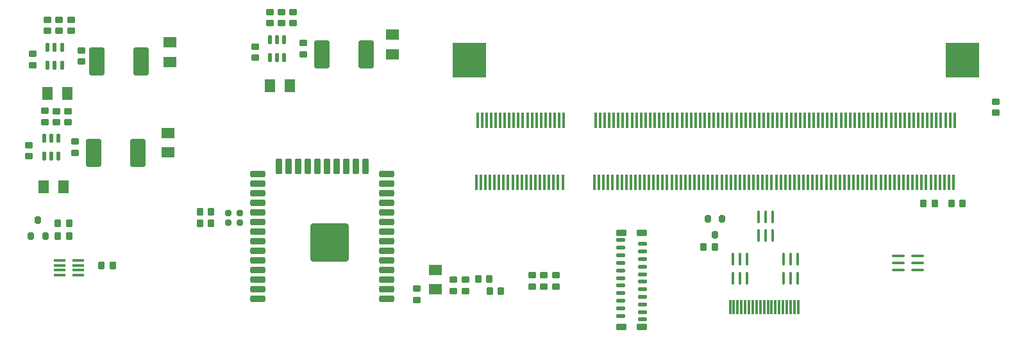
<source format=gtp>
G04*
G04 #@! TF.GenerationSoftware,Altium Limited,Altium Designer,19.0.14 (431)*
G04*
G04 Layer_Color=8421504*
%FSLAX25Y25*%
%MOIN*%
G70*
G01*
G75*
G04:AMPARAMS|DCode=18|XSize=31.5mil|YSize=55.12mil|CornerRadius=3.94mil|HoleSize=0mil|Usage=FLASHONLY|Rotation=270.000|XOffset=0mil|YOffset=0mil|HoleType=Round|Shape=RoundedRectangle|*
%AMROUNDEDRECTD18*
21,1,0.03150,0.04724,0,0,270.0*
21,1,0.02362,0.05512,0,0,270.0*
1,1,0.00787,-0.02362,-0.01181*
1,1,0.00787,-0.02362,0.01181*
1,1,0.00787,0.02362,0.01181*
1,1,0.00787,0.02362,-0.01181*
%
%ADD18ROUNDEDRECTD18*%
G04:AMPARAMS|DCode=19|XSize=19.68mil|YSize=47.24mil|CornerRadius=2.46mil|HoleSize=0mil|Usage=FLASHONLY|Rotation=90.000|XOffset=0mil|YOffset=0mil|HoleType=Round|Shape=RoundedRectangle|*
%AMROUNDEDRECTD19*
21,1,0.01968,0.04232,0,0,90.0*
21,1,0.01476,0.04724,0,0,90.0*
1,1,0.00492,0.02116,0.00738*
1,1,0.00492,0.02116,-0.00738*
1,1,0.00492,-0.02116,-0.00738*
1,1,0.00492,-0.02116,0.00738*
%
%ADD19ROUNDEDRECTD19*%
G04:AMPARAMS|DCode=20|XSize=35.43mil|YSize=39.37mil|CornerRadius=8.86mil|HoleSize=0mil|Usage=FLASHONLY|Rotation=180.000|XOffset=0mil|YOffset=0mil|HoleType=Round|Shape=RoundedRectangle|*
%AMROUNDEDRECTD20*
21,1,0.03543,0.02165,0,0,180.0*
21,1,0.01772,0.03937,0,0,180.0*
1,1,0.01772,-0.00886,0.01083*
1,1,0.01772,0.00886,0.01083*
1,1,0.01772,0.00886,-0.01083*
1,1,0.01772,-0.00886,-0.01083*
%
%ADD20ROUNDEDRECTD20*%
G04:AMPARAMS|DCode=21|XSize=63.37mil|YSize=15.75mil|CornerRadius=3.94mil|HoleSize=0mil|Usage=FLASHONLY|Rotation=0.000|XOffset=0mil|YOffset=0mil|HoleType=Round|Shape=RoundedRectangle|*
%AMROUNDEDRECTD21*
21,1,0.06337,0.00787,0,0,0.0*
21,1,0.05550,0.01575,0,0,0.0*
1,1,0.00787,0.02775,-0.00394*
1,1,0.00787,-0.02775,-0.00394*
1,1,0.00787,-0.02775,0.00394*
1,1,0.00787,0.02775,0.00394*
%
%ADD21ROUNDEDRECTD21*%
G04:AMPARAMS|DCode=22|XSize=35.43mil|YSize=39.37mil|CornerRadius=8.86mil|HoleSize=0mil|Usage=FLASHONLY|Rotation=90.000|XOffset=0mil|YOffset=0mil|HoleType=Round|Shape=RoundedRectangle|*
%AMROUNDEDRECTD22*
21,1,0.03543,0.02165,0,0,90.0*
21,1,0.01772,0.03937,0,0,90.0*
1,1,0.01772,0.01083,0.00886*
1,1,0.01772,0.01083,-0.00886*
1,1,0.01772,-0.01083,-0.00886*
1,1,0.01772,-0.01083,0.00886*
%
%ADD22ROUNDEDRECTD22*%
%ADD23R,0.07087X0.05512*%
G04:AMPARAMS|DCode=24|XSize=145.67mil|YSize=78.74mil|CornerRadius=9.84mil|HoleSize=0mil|Usage=FLASHONLY|Rotation=90.000|XOffset=0mil|YOffset=0mil|HoleType=Round|Shape=RoundedRectangle|*
%AMROUNDEDRECTD24*
21,1,0.14567,0.05906,0,0,90.0*
21,1,0.12598,0.07874,0,0,90.0*
1,1,0.01968,0.02953,0.06299*
1,1,0.01968,0.02953,-0.06299*
1,1,0.01968,-0.02953,-0.06299*
1,1,0.01968,-0.02953,0.06299*
%
%ADD24ROUNDEDRECTD24*%
%ADD25R,0.05512X0.07087*%
G04:AMPARAMS|DCode=26|XSize=48.82mil|YSize=21.65mil|CornerRadius=5.41mil|HoleSize=0mil|Usage=FLASHONLY|Rotation=90.000|XOffset=0mil|YOffset=0mil|HoleType=Round|Shape=RoundedRectangle|*
%AMROUNDEDRECTD26*
21,1,0.04882,0.01083,0,0,90.0*
21,1,0.03799,0.02165,0,0,90.0*
1,1,0.01083,0.00541,0.01900*
1,1,0.01083,0.00541,-0.01900*
1,1,0.01083,-0.00541,-0.01900*
1,1,0.01083,-0.00541,0.01900*
%
%ADD26ROUNDEDRECTD26*%
G04:AMPARAMS|DCode=27|XSize=31.5mil|YSize=39.37mil|CornerRadius=7.87mil|HoleSize=0mil|Usage=FLASHONLY|Rotation=180.000|XOffset=0mil|YOffset=0mil|HoleType=Round|Shape=RoundedRectangle|*
%AMROUNDEDRECTD27*
21,1,0.03150,0.02362,0,0,180.0*
21,1,0.01575,0.03937,0,0,180.0*
1,1,0.01575,-0.00787,0.01181*
1,1,0.01575,0.00787,0.01181*
1,1,0.01575,0.00787,-0.01181*
1,1,0.01575,-0.00787,-0.01181*
%
%ADD27ROUNDEDRECTD27*%
G04:AMPARAMS|DCode=28|XSize=60mil|YSize=16mil|CornerRadius=4mil|HoleSize=0mil|Usage=FLASHONLY|Rotation=0.000|XOffset=0mil|YOffset=0mil|HoleType=Round|Shape=RoundedRectangle|*
%AMROUNDEDRECTD28*
21,1,0.06000,0.00800,0,0,0.0*
21,1,0.05200,0.01600,0,0,0.0*
1,1,0.00800,0.02600,-0.00400*
1,1,0.00800,-0.02600,-0.00400*
1,1,0.00800,-0.02600,0.00400*
1,1,0.00800,0.02600,0.00400*
%
%ADD28ROUNDEDRECTD28*%
G04:AMPARAMS|DCode=29|XSize=63.37mil|YSize=15.75mil|CornerRadius=3.94mil|HoleSize=0mil|Usage=FLASHONLY|Rotation=270.000|XOffset=0mil|YOffset=0mil|HoleType=Round|Shape=RoundedRectangle|*
%AMROUNDEDRECTD29*
21,1,0.06337,0.00787,0,0,270.0*
21,1,0.05550,0.01575,0,0,270.0*
1,1,0.00787,-0.00394,-0.02775*
1,1,0.00787,-0.00394,0.02775*
1,1,0.00787,0.00394,0.02775*
1,1,0.00787,0.00394,-0.02775*
%
%ADD29ROUNDEDRECTD29*%
G04:AMPARAMS|DCode=30|XSize=11.81mil|YSize=74.8mil|CornerRadius=2.95mil|HoleSize=0mil|Usage=FLASHONLY|Rotation=0.000|XOffset=0mil|YOffset=0mil|HoleType=Round|Shape=RoundedRectangle|*
%AMROUNDEDRECTD30*
21,1,0.01181,0.06890,0,0,0.0*
21,1,0.00591,0.07480,0,0,0.0*
1,1,0.00591,0.00295,-0.03445*
1,1,0.00591,-0.00295,-0.03445*
1,1,0.00591,-0.00295,0.03445*
1,1,0.00591,0.00295,0.03445*
%
%ADD30ROUNDEDRECTD30*%
G04:AMPARAMS|DCode=31|XSize=196.85mil|YSize=196.85mil|CornerRadius=9.84mil|HoleSize=0mil|Usage=FLASHONLY|Rotation=180.000|XOffset=0mil|YOffset=0mil|HoleType=Round|Shape=RoundedRectangle|*
%AMROUNDEDRECTD31*
21,1,0.19685,0.17717,0,0,180.0*
21,1,0.17717,0.19685,0,0,180.0*
1,1,0.01968,-0.08858,0.08858*
1,1,0.01968,0.08858,0.08858*
1,1,0.01968,0.08858,-0.08858*
1,1,0.01968,-0.08858,-0.08858*
%
%ADD31ROUNDEDRECTD31*%
G04:AMPARAMS|DCode=32|XSize=78.74mil|YSize=35.43mil|CornerRadius=8.86mil|HoleSize=0mil|Usage=FLASHONLY|Rotation=180.000|XOffset=0mil|YOffset=0mil|HoleType=Round|Shape=RoundedRectangle|*
%AMROUNDEDRECTD32*
21,1,0.07874,0.01772,0,0,180.0*
21,1,0.06102,0.03543,0,0,180.0*
1,1,0.01772,-0.03051,0.00886*
1,1,0.01772,0.03051,0.00886*
1,1,0.01772,0.03051,-0.00886*
1,1,0.01772,-0.03051,-0.00886*
%
%ADD32ROUNDEDRECTD32*%
G04:AMPARAMS|DCode=33|XSize=78.74mil|YSize=35.43mil|CornerRadius=8.86mil|HoleSize=0mil|Usage=FLASHONLY|Rotation=270.000|XOffset=0mil|YOffset=0mil|HoleType=Round|Shape=RoundedRectangle|*
%AMROUNDEDRECTD33*
21,1,0.07874,0.01772,0,0,270.0*
21,1,0.06102,0.03543,0,0,270.0*
1,1,0.01772,-0.00886,-0.03051*
1,1,0.01772,-0.00886,0.03051*
1,1,0.01772,0.00886,0.03051*
1,1,0.01772,0.00886,-0.03051*
%
%ADD33ROUNDEDRECTD33*%
G04:AMPARAMS|DCode=34|XSize=31.5mil|YSize=31.5mil|CornerRadius=7.87mil|HoleSize=0mil|Usage=FLASHONLY|Rotation=180.000|XOffset=0mil|YOffset=0mil|HoleType=Round|Shape=RoundedRectangle|*
%AMROUNDEDRECTD34*
21,1,0.03150,0.01575,0,0,180.0*
21,1,0.01575,0.03150,0,0,180.0*
1,1,0.01575,-0.00787,0.00787*
1,1,0.01575,0.00787,0.00787*
1,1,0.01575,0.00787,-0.00787*
1,1,0.01575,-0.00787,-0.00787*
%
%ADD34ROUNDEDRECTD34*%
%ADD35R,0.01378X0.07874*%
%ADD36R,0.17717X0.18110*%
G36*
X188932Y58697D02*
X176472D01*
Y71161D01*
X188932D01*
Y58697D01*
D02*
G37*
D18*
X334449Y20669D02*
D03*
X345079D02*
D03*
X334449Y69882D02*
D03*
X345079D02*
D03*
D19*
X334055Y65945D02*
D03*
X345472Y63976D02*
D03*
X334055Y62008D02*
D03*
X345472Y60039D02*
D03*
X334055Y58071D02*
D03*
X345472Y56102D02*
D03*
X334055Y54134D02*
D03*
X345472Y52165D02*
D03*
X334055Y50197D02*
D03*
X345472Y48228D02*
D03*
X334055Y46260D02*
D03*
X345472Y44291D02*
D03*
X334055Y42323D02*
D03*
X345472Y40354D02*
D03*
X334055Y38386D02*
D03*
X345472Y36417D02*
D03*
X334055Y34449D02*
D03*
X345472Y32480D02*
D03*
X334055Y30512D02*
D03*
X345472Y28543D02*
D03*
X334055Y26575D02*
D03*
X345472Y24606D02*
D03*
D20*
X265945Y39370D02*
D03*
X271850D02*
D03*
X64008Y52631D02*
D03*
X69914D02*
D03*
X41371Y67985D02*
D03*
X47276D02*
D03*
X41469Y74875D02*
D03*
X47375D02*
D03*
X511843Y85210D02*
D03*
X505938D02*
D03*
X491469Y85210D02*
D03*
X497375D02*
D03*
X383004Y62277D02*
D03*
X377099D02*
D03*
X115224Y80886D02*
D03*
X121129D02*
D03*
X115224Y74811D02*
D03*
X121129D02*
D03*
X259909Y45808D02*
D03*
X265814D02*
D03*
D21*
X488295Y57749D02*
D03*
Y54009D02*
D03*
Y50269D02*
D03*
X478501D02*
D03*
Y54009D02*
D03*
Y57749D02*
D03*
D22*
X144023Y160957D02*
D03*
Y166863D02*
D03*
X53597Y158989D02*
D03*
Y164894D02*
D03*
X42054Y180905D02*
D03*
Y175000D02*
D03*
X48282D02*
D03*
Y180905D02*
D03*
X36077Y175000D02*
D03*
Y180905D02*
D03*
X28301Y157119D02*
D03*
Y163024D02*
D03*
X157841Y184843D02*
D03*
Y178937D02*
D03*
X163865D02*
D03*
Y184843D02*
D03*
X151700Y178937D02*
D03*
Y184843D02*
D03*
X168924Y162729D02*
D03*
Y168634D02*
D03*
X34574Y127394D02*
D03*
Y133300D02*
D03*
X40600Y133268D02*
D03*
Y127362D02*
D03*
X46850D02*
D03*
Y133268D02*
D03*
X26208Y109678D02*
D03*
Y115583D02*
D03*
X50420Y111449D02*
D03*
Y117355D02*
D03*
X528969Y138261D02*
D03*
Y132355D02*
D03*
X300394Y47835D02*
D03*
Y41929D02*
D03*
X294127D02*
D03*
Y47835D02*
D03*
X287926Y41929D02*
D03*
Y47835D02*
D03*
X246917Y45499D02*
D03*
Y39593D02*
D03*
X253216Y45499D02*
D03*
Y39593D02*
D03*
X227953Y40748D02*
D03*
Y34843D02*
D03*
D23*
X99758Y169127D02*
D03*
Y158890D02*
D03*
X215479Y172965D02*
D03*
Y162729D02*
D03*
X98550Y121882D02*
D03*
Y111646D02*
D03*
X237795Y40276D02*
D03*
Y50512D02*
D03*
D24*
X61766Y158989D02*
D03*
X84601D02*
D03*
X178865Y162729D02*
D03*
X201700D02*
D03*
X60066Y111548D02*
D03*
X82901D02*
D03*
D25*
X46411Y142552D02*
D03*
X36175D02*
D03*
X161936Y146489D02*
D03*
X151700D02*
D03*
X44416Y93733D02*
D03*
X34180D02*
D03*
D26*
X36077Y157178D02*
D03*
X39817D02*
D03*
X43557D02*
D03*
X36077Y166508D02*
D03*
X39817D02*
D03*
X43557D02*
D03*
X151700Y161016D02*
D03*
X155440D02*
D03*
X159180D02*
D03*
X151700Y170347D02*
D03*
X155440D02*
D03*
X159180D02*
D03*
X34377Y109638D02*
D03*
X38117D02*
D03*
X41857D02*
D03*
X34377Y118969D02*
D03*
X38117D02*
D03*
X41857D02*
D03*
D27*
X27394Y68084D02*
D03*
X31134Y76351D02*
D03*
X34875Y68084D02*
D03*
X386843Y77139D02*
D03*
X383103Y68871D02*
D03*
X379363Y77139D02*
D03*
D28*
X42478Y55485D02*
D03*
Y52926D02*
D03*
Y50367D02*
D03*
Y47808D02*
D03*
X51878D02*
D03*
Y50367D02*
D03*
Y52926D02*
D03*
Y55485D02*
D03*
D29*
X399737Y46258D02*
D03*
X395997D02*
D03*
X392256D02*
D03*
Y56051D02*
D03*
X395997D02*
D03*
X399737D02*
D03*
X413123Y68305D02*
D03*
X409382D02*
D03*
X405642D02*
D03*
Y78099D02*
D03*
X409382D02*
D03*
X413123D02*
D03*
X426115Y46258D02*
D03*
X422375D02*
D03*
X418634D02*
D03*
Y56051D02*
D03*
X422375D02*
D03*
X426115D02*
D03*
D30*
X408595Y31076D02*
D03*
X410564D02*
D03*
X412532D02*
D03*
X414501D02*
D03*
X416469D02*
D03*
X418438D02*
D03*
X420406D02*
D03*
X422375D02*
D03*
X424343D02*
D03*
X426312D02*
D03*
X406627D02*
D03*
X404658D02*
D03*
X402690D02*
D03*
X400721D02*
D03*
X398753D02*
D03*
X396784D02*
D03*
X394815D02*
D03*
X392847D02*
D03*
X390879D02*
D03*
D31*
X182697Y64921D02*
D03*
D32*
X212224Y35394D02*
D03*
Y40394D02*
D03*
Y45394D02*
D03*
Y50394D02*
D03*
Y55394D02*
D03*
Y60394D02*
D03*
Y65394D02*
D03*
Y70394D02*
D03*
Y75394D02*
D03*
Y80394D02*
D03*
Y85394D02*
D03*
Y90394D02*
D03*
Y95394D02*
D03*
Y100394D02*
D03*
X145295D02*
D03*
Y95394D02*
D03*
Y90394D02*
D03*
Y85394D02*
D03*
Y80394D02*
D03*
Y75394D02*
D03*
Y70394D02*
D03*
Y65394D02*
D03*
Y60394D02*
D03*
Y55394D02*
D03*
Y50394D02*
D03*
Y45394D02*
D03*
Y40394D02*
D03*
Y35394D02*
D03*
D33*
X201260Y104331D02*
D03*
X196260D02*
D03*
X191260D02*
D03*
X186260D02*
D03*
X181260D02*
D03*
X176260D02*
D03*
X171260D02*
D03*
X166260D02*
D03*
X161260D02*
D03*
X156260D02*
D03*
D34*
X136090Y75205D02*
D03*
X130184D02*
D03*
X136090Y80205D02*
D03*
X130184D02*
D03*
D35*
X258989Y96233D02*
D03*
X259579Y128517D02*
D03*
X261351Y96233D02*
D03*
X261942Y128517D02*
D03*
X263713Y96233D02*
D03*
X264304Y128517D02*
D03*
X266075Y96233D02*
D03*
X266666Y128517D02*
D03*
X268438Y96233D02*
D03*
X269028Y128517D02*
D03*
X270800Y96233D02*
D03*
X271390Y128517D02*
D03*
X273162Y96233D02*
D03*
X273753Y128517D02*
D03*
X275524Y96233D02*
D03*
X276115Y128517D02*
D03*
X277886Y96233D02*
D03*
X278477Y128517D02*
D03*
X280249Y96233D02*
D03*
X280839Y128517D02*
D03*
X282611Y96233D02*
D03*
X283201Y128517D02*
D03*
X284973Y96233D02*
D03*
X285564Y128517D02*
D03*
X287335Y96233D02*
D03*
X287926Y128517D02*
D03*
X289697Y96233D02*
D03*
X290288Y128517D02*
D03*
X292060Y96233D02*
D03*
X292650Y128517D02*
D03*
X294422Y96233D02*
D03*
X295012Y128517D02*
D03*
X296784Y96233D02*
D03*
X297375Y128517D02*
D03*
X299146Y96233D02*
D03*
X299737Y128517D02*
D03*
X301508Y96233D02*
D03*
X302099Y128517D02*
D03*
X303871Y96233D02*
D03*
X304461Y128517D02*
D03*
X320406Y96233D02*
D03*
X320997Y128517D02*
D03*
X322768Y96233D02*
D03*
X323359Y128517D02*
D03*
X325131Y96233D02*
D03*
X325721Y128517D02*
D03*
X327493Y96233D02*
D03*
X328083Y128517D02*
D03*
X329855Y96233D02*
D03*
X330446Y128517D02*
D03*
X332217Y96233D02*
D03*
X332808Y128517D02*
D03*
X334579Y96233D02*
D03*
X335170Y128517D02*
D03*
X336942Y96233D02*
D03*
X337532Y128517D02*
D03*
X339304Y96233D02*
D03*
X339894Y128517D02*
D03*
X341666Y96233D02*
D03*
X342256Y128517D02*
D03*
X344028Y96233D02*
D03*
X344619Y128517D02*
D03*
X346390Y96233D02*
D03*
X346981Y128517D02*
D03*
X348753Y96233D02*
D03*
X349343Y128517D02*
D03*
X351115Y96233D02*
D03*
X351705Y128517D02*
D03*
X353477Y96233D02*
D03*
X354067Y128517D02*
D03*
X355839Y96233D02*
D03*
X356430Y128517D02*
D03*
X358201Y96233D02*
D03*
X358792Y128517D02*
D03*
X360564Y96233D02*
D03*
X361154Y128517D02*
D03*
X362926Y96233D02*
D03*
X363516Y128517D02*
D03*
X365288Y96233D02*
D03*
X365879Y128517D02*
D03*
X367650Y96233D02*
D03*
X368241Y128517D02*
D03*
X370012Y96233D02*
D03*
X370603Y128517D02*
D03*
X372375Y96233D02*
D03*
X372965Y128517D02*
D03*
X374737Y96233D02*
D03*
X375327Y128517D02*
D03*
X377099Y96233D02*
D03*
X377690Y128517D02*
D03*
X379461Y96233D02*
D03*
X380052Y128517D02*
D03*
X381823Y96233D02*
D03*
X382414Y128517D02*
D03*
X384186Y96233D02*
D03*
X384776Y128517D02*
D03*
X386548Y96233D02*
D03*
X387138Y128517D02*
D03*
X388910Y96233D02*
D03*
X389501Y128517D02*
D03*
X391272Y96233D02*
D03*
X391863Y128517D02*
D03*
X393634Y96233D02*
D03*
X394225Y128517D02*
D03*
X395997Y96233D02*
D03*
X396587Y128517D02*
D03*
X398359Y96233D02*
D03*
X398949Y128517D02*
D03*
X400721Y96233D02*
D03*
X401312Y128517D02*
D03*
X403083Y96233D02*
D03*
X403674Y128517D02*
D03*
X405445Y96233D02*
D03*
X406036Y128517D02*
D03*
X407808Y96233D02*
D03*
X408398Y128517D02*
D03*
X410170Y96233D02*
D03*
X410760Y128517D02*
D03*
X412532Y96233D02*
D03*
X413123Y128517D02*
D03*
X414894Y96233D02*
D03*
X415485Y128517D02*
D03*
X417256Y96233D02*
D03*
X417847Y128517D02*
D03*
X419619Y96233D02*
D03*
X420209Y128517D02*
D03*
X421981Y96233D02*
D03*
X422572Y128517D02*
D03*
X424343Y96233D02*
D03*
X424934Y128517D02*
D03*
X426705Y96233D02*
D03*
X427296Y128517D02*
D03*
X429068Y96233D02*
D03*
X429658Y128517D02*
D03*
X431430Y96233D02*
D03*
X432020Y128517D02*
D03*
X433792Y96233D02*
D03*
X434382Y128517D02*
D03*
X436154Y96233D02*
D03*
X436745Y128517D02*
D03*
X438516Y96233D02*
D03*
X439107Y128517D02*
D03*
X440878Y96233D02*
D03*
X441469Y128517D02*
D03*
X443241Y96233D02*
D03*
X443831Y128517D02*
D03*
X445603Y96233D02*
D03*
X446194Y128517D02*
D03*
X447965Y96233D02*
D03*
X448556Y128517D02*
D03*
X450327Y96233D02*
D03*
X450918Y128517D02*
D03*
X452690Y96233D02*
D03*
X453280Y128517D02*
D03*
X455052Y96233D02*
D03*
X455642Y128517D02*
D03*
X457414Y96233D02*
D03*
X458005Y128517D02*
D03*
X459776Y96233D02*
D03*
X460367Y128517D02*
D03*
X462138Y96233D02*
D03*
X462729Y128517D02*
D03*
X464501Y96233D02*
D03*
X465091Y128517D02*
D03*
X466863Y96233D02*
D03*
X467453Y128517D02*
D03*
X469225Y96233D02*
D03*
X469815Y128517D02*
D03*
X471587Y96233D02*
D03*
X472178Y128517D02*
D03*
X473949Y96233D02*
D03*
X474540Y128517D02*
D03*
X476312Y96233D02*
D03*
X476902Y128517D02*
D03*
X478674Y96233D02*
D03*
X479264Y128517D02*
D03*
X481036Y96233D02*
D03*
X481627Y128517D02*
D03*
X483398Y96233D02*
D03*
X483989Y128517D02*
D03*
X485760Y96233D02*
D03*
X486351Y128517D02*
D03*
X488123Y96233D02*
D03*
X488713Y128517D02*
D03*
X490485Y96233D02*
D03*
X491075Y128517D02*
D03*
X492847Y96233D02*
D03*
X493438Y128517D02*
D03*
X495209Y96233D02*
D03*
X495800Y128517D02*
D03*
X497572Y96233D02*
D03*
X498162Y128517D02*
D03*
X499934Y96233D02*
D03*
X500524Y128517D02*
D03*
X502296Y96233D02*
D03*
X502886Y128517D02*
D03*
X504658Y96233D02*
D03*
X505249Y128517D02*
D03*
X507020Y96233D02*
D03*
X507611Y128517D02*
D03*
D36*
X511745Y159619D02*
D03*
X255446D02*
D03*
M02*

</source>
